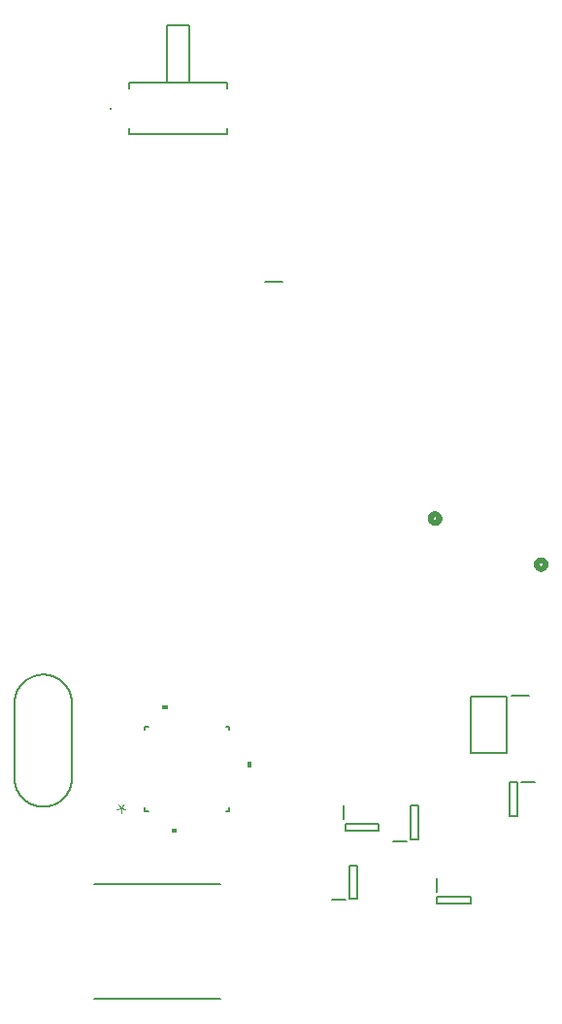
<source format=gbo>
G75*
%MOIN*%
%OFA0B0*%
%FSLAX25Y25*%
%IPPOS*%
%LPD*%
%AMOC8*
5,1,8,0,0,1.08239X$1,22.5*
%
%ADD10C,0.00787*%
%ADD11C,0.00394*%
%ADD12C,0.02000*%
%ADD13C,0.00600*%
%ADD14C,0.00100*%
%ADD15C,0.00300*%
D10*
X0057226Y0006933D02*
X0100533Y0006933D01*
X0100533Y0046304D02*
X0057226Y0046304D01*
X0049643Y0082611D02*
X0049643Y0108202D01*
X0049640Y0108442D01*
X0049631Y0108681D01*
X0049617Y0108920D01*
X0049596Y0109159D01*
X0049570Y0109398D01*
X0049538Y0109635D01*
X0049500Y0109872D01*
X0049457Y0110108D01*
X0049408Y0110342D01*
X0049353Y0110575D01*
X0049292Y0110807D01*
X0049226Y0111038D01*
X0049154Y0111266D01*
X0049076Y0111493D01*
X0048994Y0111718D01*
X0048905Y0111941D01*
X0048811Y0112162D01*
X0048712Y0112380D01*
X0048608Y0112596D01*
X0048498Y0112809D01*
X0048384Y0113019D01*
X0048264Y0113227D01*
X0048139Y0113432D01*
X0048009Y0113633D01*
X0047874Y0113831D01*
X0047735Y0114026D01*
X0047591Y0114218D01*
X0047442Y0114406D01*
X0047289Y0114590D01*
X0047131Y0114770D01*
X0046969Y0114947D01*
X0046802Y0115120D01*
X0046632Y0115288D01*
X0046457Y0115452D01*
X0046279Y0115612D01*
X0046096Y0115768D01*
X0045910Y0115919D01*
X0045720Y0116065D01*
X0045527Y0116207D01*
X0045331Y0116344D01*
X0045131Y0116477D01*
X0044928Y0116604D01*
X0044722Y0116726D01*
X0044512Y0116844D01*
X0044301Y0116956D01*
X0044086Y0117063D01*
X0043869Y0117165D01*
X0043650Y0117261D01*
X0043428Y0117352D01*
X0043204Y0117438D01*
X0042978Y0117518D01*
X0042750Y0117592D01*
X0042521Y0117661D01*
X0042290Y0117725D01*
X0042057Y0117783D01*
X0041823Y0117835D01*
X0041588Y0117881D01*
X0041352Y0117922D01*
X0041114Y0117957D01*
X0040877Y0117986D01*
X0040638Y0118009D01*
X0040399Y0118027D01*
X0040159Y0118038D01*
X0039920Y0118044D01*
X0039680Y0118044D01*
X0039441Y0118038D01*
X0039201Y0118027D01*
X0038962Y0118009D01*
X0038723Y0117986D01*
X0038486Y0117957D01*
X0038248Y0117922D01*
X0038012Y0117881D01*
X0037777Y0117835D01*
X0037543Y0117783D01*
X0037310Y0117725D01*
X0037079Y0117661D01*
X0036850Y0117592D01*
X0036622Y0117518D01*
X0036396Y0117438D01*
X0036172Y0117352D01*
X0035950Y0117261D01*
X0035731Y0117165D01*
X0035514Y0117063D01*
X0035299Y0116956D01*
X0035088Y0116844D01*
X0034879Y0116726D01*
X0034672Y0116604D01*
X0034469Y0116477D01*
X0034269Y0116344D01*
X0034073Y0116207D01*
X0033880Y0116065D01*
X0033690Y0115919D01*
X0033504Y0115768D01*
X0033321Y0115612D01*
X0033143Y0115452D01*
X0032968Y0115288D01*
X0032798Y0115120D01*
X0032631Y0114947D01*
X0032469Y0114770D01*
X0032311Y0114590D01*
X0032158Y0114406D01*
X0032009Y0114218D01*
X0031865Y0114026D01*
X0031726Y0113831D01*
X0031591Y0113633D01*
X0031461Y0113432D01*
X0031336Y0113227D01*
X0031216Y0113019D01*
X0031102Y0112809D01*
X0030992Y0112596D01*
X0030888Y0112380D01*
X0030789Y0112162D01*
X0030695Y0111941D01*
X0030606Y0111718D01*
X0030524Y0111493D01*
X0030446Y0111266D01*
X0030374Y0111038D01*
X0030308Y0110807D01*
X0030247Y0110575D01*
X0030192Y0110342D01*
X0030143Y0110108D01*
X0030100Y0109872D01*
X0030062Y0109635D01*
X0030030Y0109398D01*
X0030004Y0109159D01*
X0029983Y0108920D01*
X0029969Y0108681D01*
X0029960Y0108442D01*
X0029957Y0108202D01*
X0029957Y0082611D01*
X0029960Y0082371D01*
X0029969Y0082132D01*
X0029983Y0081893D01*
X0030004Y0081654D01*
X0030030Y0081415D01*
X0030062Y0081178D01*
X0030100Y0080941D01*
X0030143Y0080705D01*
X0030192Y0080471D01*
X0030247Y0080238D01*
X0030308Y0080006D01*
X0030374Y0079775D01*
X0030446Y0079547D01*
X0030524Y0079320D01*
X0030606Y0079095D01*
X0030695Y0078872D01*
X0030789Y0078651D01*
X0030888Y0078433D01*
X0030992Y0078217D01*
X0031102Y0078004D01*
X0031216Y0077794D01*
X0031336Y0077586D01*
X0031461Y0077381D01*
X0031591Y0077180D01*
X0031726Y0076982D01*
X0031865Y0076787D01*
X0032009Y0076595D01*
X0032158Y0076407D01*
X0032311Y0076223D01*
X0032469Y0076043D01*
X0032631Y0075866D01*
X0032798Y0075693D01*
X0032968Y0075525D01*
X0033143Y0075361D01*
X0033321Y0075201D01*
X0033504Y0075045D01*
X0033690Y0074894D01*
X0033880Y0074748D01*
X0034073Y0074606D01*
X0034269Y0074469D01*
X0034469Y0074336D01*
X0034672Y0074209D01*
X0034879Y0074087D01*
X0035088Y0073969D01*
X0035299Y0073857D01*
X0035514Y0073750D01*
X0035731Y0073648D01*
X0035950Y0073552D01*
X0036172Y0073461D01*
X0036396Y0073375D01*
X0036622Y0073295D01*
X0036850Y0073221D01*
X0037079Y0073152D01*
X0037310Y0073088D01*
X0037543Y0073030D01*
X0037777Y0072978D01*
X0038012Y0072932D01*
X0038248Y0072891D01*
X0038486Y0072856D01*
X0038723Y0072827D01*
X0038962Y0072804D01*
X0039201Y0072786D01*
X0039441Y0072775D01*
X0039680Y0072769D01*
X0039920Y0072769D01*
X0040159Y0072775D01*
X0040399Y0072786D01*
X0040638Y0072804D01*
X0040877Y0072827D01*
X0041114Y0072856D01*
X0041352Y0072891D01*
X0041588Y0072932D01*
X0041823Y0072978D01*
X0042057Y0073030D01*
X0042290Y0073088D01*
X0042521Y0073152D01*
X0042750Y0073221D01*
X0042978Y0073295D01*
X0043204Y0073375D01*
X0043428Y0073461D01*
X0043650Y0073552D01*
X0043869Y0073648D01*
X0044086Y0073750D01*
X0044301Y0073857D01*
X0044512Y0073969D01*
X0044722Y0074087D01*
X0044928Y0074209D01*
X0045131Y0074336D01*
X0045331Y0074469D01*
X0045527Y0074606D01*
X0045720Y0074748D01*
X0045910Y0074894D01*
X0046096Y0075045D01*
X0046279Y0075201D01*
X0046457Y0075361D01*
X0046632Y0075525D01*
X0046802Y0075693D01*
X0046969Y0075866D01*
X0047131Y0076043D01*
X0047289Y0076223D01*
X0047442Y0076407D01*
X0047591Y0076595D01*
X0047735Y0076787D01*
X0047874Y0076982D01*
X0048009Y0077180D01*
X0048139Y0077381D01*
X0048264Y0077586D01*
X0048384Y0077794D01*
X0048498Y0078004D01*
X0048608Y0078217D01*
X0048712Y0078433D01*
X0048811Y0078651D01*
X0048905Y0078872D01*
X0048994Y0079095D01*
X0049076Y0079320D01*
X0049154Y0079547D01*
X0049226Y0079775D01*
X0049292Y0080006D01*
X0049353Y0080238D01*
X0049408Y0080471D01*
X0049457Y0080705D01*
X0049500Y0080941D01*
X0049538Y0081178D01*
X0049570Y0081415D01*
X0049596Y0081654D01*
X0049617Y0081893D01*
X0049631Y0082132D01*
X0049640Y0082371D01*
X0049643Y0082611D01*
X0139017Y0040894D02*
X0143741Y0040894D01*
X0145119Y0041091D02*
X0145119Y0052509D01*
X0147481Y0052509D01*
X0147481Y0041091D01*
X0145119Y0041091D01*
X0160017Y0061001D02*
X0164741Y0061001D01*
X0166119Y0061591D02*
X0166119Y0073009D01*
X0168481Y0073009D01*
X0168481Y0061591D01*
X0166119Y0061591D01*
X0155009Y0064619D02*
X0155009Y0066981D01*
X0143591Y0066981D01*
X0143591Y0064619D01*
X0155009Y0064619D01*
X0143001Y0068359D02*
X0143001Y0073083D01*
X0174894Y0048083D02*
X0174894Y0043359D01*
X0175091Y0041981D02*
X0186509Y0041981D01*
X0186509Y0039619D01*
X0175091Y0039619D01*
X0175091Y0041981D01*
X0200119Y0069591D02*
X0202481Y0069591D01*
X0202481Y0081009D01*
X0200119Y0081009D01*
X0200119Y0069591D01*
X0203859Y0081206D02*
X0208583Y0081206D01*
X0199099Y0091150D02*
X0199099Y0110450D01*
X0186501Y0110450D01*
X0186501Y0091150D01*
X0199099Y0091150D01*
X0200477Y0110957D02*
X0206481Y0110957D01*
X0121909Y0252687D02*
X0115905Y0252687D01*
X0103103Y0303442D02*
X0103103Y0305410D01*
X0103103Y0303442D02*
X0069245Y0303442D01*
X0069245Y0305410D01*
X0069245Y0319190D02*
X0069245Y0321158D01*
X0103103Y0321158D01*
X0103103Y0319190D01*
X0090111Y0321158D02*
X0090111Y0340843D01*
X0082237Y0340843D01*
X0082237Y0321158D01*
D11*
X0062946Y0312300D02*
X0062944Y0312327D01*
X0062939Y0312353D01*
X0062930Y0312378D01*
X0062917Y0312402D01*
X0062902Y0312424D01*
X0062883Y0312444D01*
X0062863Y0312461D01*
X0062840Y0312475D01*
X0062815Y0312486D01*
X0062789Y0312493D01*
X0062762Y0312497D01*
X0062736Y0312497D01*
X0062709Y0312493D01*
X0062683Y0312486D01*
X0062658Y0312475D01*
X0062635Y0312461D01*
X0062615Y0312444D01*
X0062596Y0312424D01*
X0062581Y0312402D01*
X0062568Y0312378D01*
X0062559Y0312353D01*
X0062554Y0312327D01*
X0062552Y0312300D01*
X0062554Y0312273D01*
X0062559Y0312247D01*
X0062568Y0312222D01*
X0062581Y0312198D01*
X0062596Y0312176D01*
X0062615Y0312156D01*
X0062635Y0312139D01*
X0062658Y0312125D01*
X0062683Y0312114D01*
X0062709Y0312107D01*
X0062736Y0312103D01*
X0062762Y0312103D01*
X0062789Y0312107D01*
X0062815Y0312114D01*
X0062840Y0312125D01*
X0062863Y0312139D01*
X0062883Y0312156D01*
X0062902Y0312176D01*
X0062917Y0312198D01*
X0062930Y0312222D01*
X0062939Y0312247D01*
X0062944Y0312273D01*
X0062946Y0312300D01*
D12*
X0172846Y0171582D02*
X0172848Y0171658D01*
X0172854Y0171734D01*
X0172863Y0171809D01*
X0172877Y0171884D01*
X0172894Y0171958D01*
X0172915Y0172031D01*
X0172939Y0172103D01*
X0172968Y0172174D01*
X0172999Y0172243D01*
X0173034Y0172310D01*
X0173073Y0172375D01*
X0173115Y0172439D01*
X0173160Y0172500D01*
X0173208Y0172559D01*
X0173259Y0172615D01*
X0173313Y0172669D01*
X0173369Y0172720D01*
X0173428Y0172768D01*
X0173489Y0172813D01*
X0173553Y0172855D01*
X0173618Y0172894D01*
X0173685Y0172929D01*
X0173754Y0172960D01*
X0173825Y0172989D01*
X0173897Y0173013D01*
X0173970Y0173034D01*
X0174044Y0173051D01*
X0174119Y0173065D01*
X0174194Y0173074D01*
X0174270Y0173080D01*
X0174346Y0173082D01*
X0174422Y0173080D01*
X0174498Y0173074D01*
X0174573Y0173065D01*
X0174648Y0173051D01*
X0174722Y0173034D01*
X0174795Y0173013D01*
X0174867Y0172989D01*
X0174938Y0172960D01*
X0175007Y0172929D01*
X0175074Y0172894D01*
X0175139Y0172855D01*
X0175203Y0172813D01*
X0175264Y0172768D01*
X0175323Y0172720D01*
X0175379Y0172669D01*
X0175433Y0172615D01*
X0175484Y0172559D01*
X0175532Y0172500D01*
X0175577Y0172439D01*
X0175619Y0172375D01*
X0175658Y0172310D01*
X0175693Y0172243D01*
X0175724Y0172174D01*
X0175753Y0172103D01*
X0175777Y0172031D01*
X0175798Y0171958D01*
X0175815Y0171884D01*
X0175829Y0171809D01*
X0175838Y0171734D01*
X0175844Y0171658D01*
X0175846Y0171582D01*
X0175844Y0171506D01*
X0175838Y0171430D01*
X0175829Y0171355D01*
X0175815Y0171280D01*
X0175798Y0171206D01*
X0175777Y0171133D01*
X0175753Y0171061D01*
X0175724Y0170990D01*
X0175693Y0170921D01*
X0175658Y0170854D01*
X0175619Y0170789D01*
X0175577Y0170725D01*
X0175532Y0170664D01*
X0175484Y0170605D01*
X0175433Y0170549D01*
X0175379Y0170495D01*
X0175323Y0170444D01*
X0175264Y0170396D01*
X0175203Y0170351D01*
X0175139Y0170309D01*
X0175074Y0170270D01*
X0175007Y0170235D01*
X0174938Y0170204D01*
X0174867Y0170175D01*
X0174795Y0170151D01*
X0174722Y0170130D01*
X0174648Y0170113D01*
X0174573Y0170099D01*
X0174498Y0170090D01*
X0174422Y0170084D01*
X0174346Y0170082D01*
X0174270Y0170084D01*
X0174194Y0170090D01*
X0174119Y0170099D01*
X0174044Y0170113D01*
X0173970Y0170130D01*
X0173897Y0170151D01*
X0173825Y0170175D01*
X0173754Y0170204D01*
X0173685Y0170235D01*
X0173618Y0170270D01*
X0173553Y0170309D01*
X0173489Y0170351D01*
X0173428Y0170396D01*
X0173369Y0170444D01*
X0173313Y0170495D01*
X0173259Y0170549D01*
X0173208Y0170605D01*
X0173160Y0170664D01*
X0173115Y0170725D01*
X0173073Y0170789D01*
X0173034Y0170854D01*
X0172999Y0170921D01*
X0172968Y0170990D01*
X0172939Y0171061D01*
X0172915Y0171133D01*
X0172894Y0171206D01*
X0172877Y0171280D01*
X0172863Y0171355D01*
X0172854Y0171430D01*
X0172848Y0171506D01*
X0172846Y0171582D01*
X0209300Y0155800D02*
X0209302Y0155724D01*
X0209308Y0155648D01*
X0209317Y0155573D01*
X0209331Y0155498D01*
X0209348Y0155424D01*
X0209369Y0155351D01*
X0209393Y0155279D01*
X0209422Y0155208D01*
X0209453Y0155139D01*
X0209488Y0155072D01*
X0209527Y0155007D01*
X0209569Y0154943D01*
X0209614Y0154882D01*
X0209662Y0154823D01*
X0209713Y0154767D01*
X0209767Y0154713D01*
X0209823Y0154662D01*
X0209882Y0154614D01*
X0209943Y0154569D01*
X0210007Y0154527D01*
X0210072Y0154488D01*
X0210139Y0154453D01*
X0210208Y0154422D01*
X0210279Y0154393D01*
X0210351Y0154369D01*
X0210424Y0154348D01*
X0210498Y0154331D01*
X0210573Y0154317D01*
X0210648Y0154308D01*
X0210724Y0154302D01*
X0210800Y0154300D01*
X0210876Y0154302D01*
X0210952Y0154308D01*
X0211027Y0154317D01*
X0211102Y0154331D01*
X0211176Y0154348D01*
X0211249Y0154369D01*
X0211321Y0154393D01*
X0211392Y0154422D01*
X0211461Y0154453D01*
X0211528Y0154488D01*
X0211593Y0154527D01*
X0211657Y0154569D01*
X0211718Y0154614D01*
X0211777Y0154662D01*
X0211833Y0154713D01*
X0211887Y0154767D01*
X0211938Y0154823D01*
X0211986Y0154882D01*
X0212031Y0154943D01*
X0212073Y0155007D01*
X0212112Y0155072D01*
X0212147Y0155139D01*
X0212178Y0155208D01*
X0212207Y0155279D01*
X0212231Y0155351D01*
X0212252Y0155424D01*
X0212269Y0155498D01*
X0212283Y0155573D01*
X0212292Y0155648D01*
X0212298Y0155724D01*
X0212300Y0155800D01*
X0212298Y0155876D01*
X0212292Y0155952D01*
X0212283Y0156027D01*
X0212269Y0156102D01*
X0212252Y0156176D01*
X0212231Y0156249D01*
X0212207Y0156321D01*
X0212178Y0156392D01*
X0212147Y0156461D01*
X0212112Y0156528D01*
X0212073Y0156593D01*
X0212031Y0156657D01*
X0211986Y0156718D01*
X0211938Y0156777D01*
X0211887Y0156833D01*
X0211833Y0156887D01*
X0211777Y0156938D01*
X0211718Y0156986D01*
X0211657Y0157031D01*
X0211593Y0157073D01*
X0211528Y0157112D01*
X0211461Y0157147D01*
X0211392Y0157178D01*
X0211321Y0157207D01*
X0211249Y0157231D01*
X0211176Y0157252D01*
X0211102Y0157269D01*
X0211027Y0157283D01*
X0210952Y0157292D01*
X0210876Y0157298D01*
X0210800Y0157300D01*
X0210724Y0157298D01*
X0210648Y0157292D01*
X0210573Y0157283D01*
X0210498Y0157269D01*
X0210424Y0157252D01*
X0210351Y0157231D01*
X0210279Y0157207D01*
X0210208Y0157178D01*
X0210139Y0157147D01*
X0210072Y0157112D01*
X0210007Y0157073D01*
X0209943Y0157031D01*
X0209882Y0156986D01*
X0209823Y0156938D01*
X0209767Y0156887D01*
X0209713Y0156833D01*
X0209662Y0156777D01*
X0209614Y0156718D01*
X0209569Y0156657D01*
X0209527Y0156593D01*
X0209488Y0156528D01*
X0209453Y0156461D01*
X0209422Y0156392D01*
X0209393Y0156321D01*
X0209369Y0156249D01*
X0209348Y0156176D01*
X0209331Y0156102D01*
X0209317Y0156027D01*
X0209308Y0155952D01*
X0209302Y0155876D01*
X0209300Y0155800D01*
D13*
X0103800Y0100300D02*
X0102600Y0100300D01*
X0103800Y0100300D02*
X0103800Y0099100D01*
X0103800Y0072500D02*
X0103800Y0071300D01*
X0102600Y0071300D01*
X0076000Y0071300D02*
X0074800Y0071300D01*
X0074800Y0072500D01*
X0074800Y0099100D02*
X0074800Y0100300D01*
X0076000Y0100300D01*
D14*
X0080676Y0106409D02*
X0082176Y0106409D01*
X0082176Y0107409D01*
X0080676Y0107409D01*
X0080676Y0106409D01*
X0080676Y0106466D02*
X0082176Y0106466D01*
X0082176Y0106565D02*
X0080676Y0106565D01*
X0080676Y0106663D02*
X0082176Y0106663D01*
X0082176Y0106762D02*
X0080676Y0106762D01*
X0080676Y0106860D02*
X0082176Y0106860D01*
X0082176Y0106959D02*
X0080676Y0106959D01*
X0080676Y0107057D02*
X0082176Y0107057D01*
X0082176Y0107156D02*
X0080676Y0107156D01*
X0080676Y0107254D02*
X0082176Y0107254D01*
X0082176Y0107353D02*
X0080676Y0107353D01*
X0109909Y0088125D02*
X0109909Y0086625D01*
X0110909Y0086625D01*
X0110909Y0088125D01*
X0109909Y0088125D01*
X0109909Y0088045D02*
X0110909Y0088045D01*
X0110909Y0087946D02*
X0109909Y0087946D01*
X0109909Y0087848D02*
X0110909Y0087848D01*
X0110909Y0087749D02*
X0109909Y0087749D01*
X0109909Y0087651D02*
X0110909Y0087651D01*
X0110909Y0087552D02*
X0109909Y0087552D01*
X0109909Y0087454D02*
X0110909Y0087454D01*
X0110909Y0087355D02*
X0109909Y0087355D01*
X0109909Y0087257D02*
X0110909Y0087257D01*
X0110909Y0087158D02*
X0109909Y0087158D01*
X0109909Y0087060D02*
X0110909Y0087060D01*
X0110909Y0086961D02*
X0109909Y0086961D01*
X0109909Y0086863D02*
X0110909Y0086863D01*
X0110909Y0086764D02*
X0109909Y0086764D01*
X0109909Y0086666D02*
X0110909Y0086666D01*
X0085326Y0065191D02*
X0083826Y0065191D01*
X0083826Y0064191D01*
X0085326Y0064191D01*
X0085326Y0065191D01*
X0085326Y0065190D02*
X0083826Y0065190D01*
X0083826Y0065092D02*
X0085326Y0065092D01*
X0085326Y0064993D02*
X0083826Y0064993D01*
X0083826Y0064895D02*
X0085326Y0064895D01*
X0085326Y0064796D02*
X0083826Y0064796D01*
X0083826Y0064698D02*
X0085326Y0064698D01*
X0085326Y0064599D02*
X0083826Y0064599D01*
X0083826Y0064501D02*
X0085326Y0064501D01*
X0085326Y0064402D02*
X0083826Y0064402D01*
X0083826Y0064303D02*
X0085326Y0064303D01*
X0085326Y0064205D02*
X0083826Y0064205D01*
D15*
X0067922Y0071700D02*
X0066486Y0072222D01*
X0065050Y0071700D01*
X0066486Y0072222D02*
X0065572Y0073397D01*
X0066486Y0072222D02*
X0067400Y0073397D01*
X0066486Y0072222D02*
X0066486Y0070656D01*
M02*

</source>
